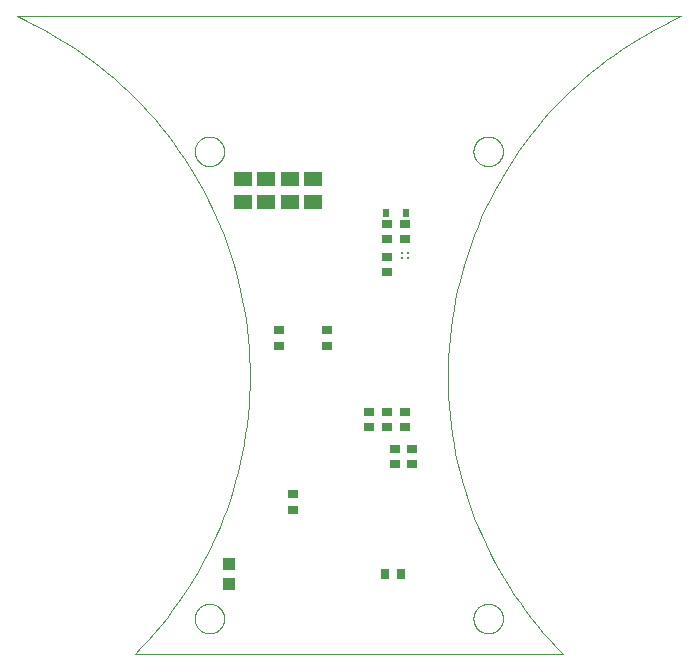
<source format=gbp>
G75*
%MOIN*%
%OFA0B0*%
%FSLAX25Y25*%
%IPPOS*%
%LPD*%
%AMOC8*
5,1,8,0,0,1.08239X$1,22.5*
%
%ADD10C,0.00000*%
%ADD11C,0.00039*%
%ADD12R,0.05906X0.05118*%
%ADD13R,0.03543X0.02756*%
%ADD14R,0.02362X0.03150*%
%ADD15R,0.03937X0.04331*%
%ADD16R,0.02756X0.03543*%
%ADD17C,0.00827*%
D10*
X0073943Y0027191D02*
X0216659Y0027191D01*
X0178274Y0119711D02*
X0178317Y0122928D01*
X0178438Y0126143D01*
X0178637Y0129354D01*
X0178915Y0132559D01*
X0179271Y0135756D01*
X0179705Y0138944D01*
X0180216Y0142120D01*
X0180805Y0145283D01*
X0181471Y0148431D01*
X0182214Y0151561D01*
X0183032Y0154672D01*
X0183927Y0157763D01*
X0184896Y0160830D01*
X0185941Y0163873D01*
X0187059Y0166890D01*
X0188250Y0169878D01*
X0189514Y0172837D01*
X0190850Y0175764D01*
X0192257Y0178657D01*
X0193734Y0181515D01*
X0195280Y0184336D01*
X0196895Y0187119D01*
X0198577Y0189861D01*
X0200326Y0192562D01*
X0202140Y0195219D01*
X0204018Y0197831D01*
X0205960Y0200396D01*
X0207964Y0202913D01*
X0210028Y0205381D01*
X0212152Y0207797D01*
X0214334Y0210161D01*
X0216574Y0212471D01*
X0218869Y0214725D01*
X0221219Y0216923D01*
X0223621Y0219063D01*
X0226075Y0221143D01*
X0228579Y0223163D01*
X0231131Y0225121D01*
X0233731Y0227017D01*
X0236376Y0228848D01*
X0239065Y0230615D01*
X0241796Y0232315D01*
X0244568Y0233948D01*
X0247379Y0235512D01*
X0250228Y0237008D01*
X0253112Y0238434D01*
X0256030Y0239789D01*
X0256029Y0239789D02*
X0034572Y0239789D01*
X0112328Y0119710D02*
X0112279Y0116500D01*
X0112151Y0113291D01*
X0111945Y0110087D01*
X0111661Y0106888D01*
X0111299Y0103698D01*
X0110860Y0100517D01*
X0110343Y0097348D01*
X0109749Y0094193D01*
X0109078Y0091053D01*
X0108331Y0087930D01*
X0107508Y0084826D01*
X0106610Y0081743D01*
X0105637Y0078684D01*
X0104589Y0075648D01*
X0103468Y0072639D01*
X0102273Y0069659D01*
X0101007Y0066708D01*
X0099669Y0063789D01*
X0098260Y0060904D01*
X0096781Y0058054D01*
X0095233Y0055241D01*
X0093617Y0052466D01*
X0091934Y0049731D01*
X0090185Y0047039D01*
X0088371Y0044390D01*
X0086492Y0041785D01*
X0084551Y0039228D01*
X0082548Y0036718D01*
X0080484Y0034258D01*
X0078361Y0031849D01*
X0076180Y0029493D01*
X0073942Y0027190D01*
X0112328Y0119711D02*
X0112285Y0122928D01*
X0112164Y0126143D01*
X0111965Y0129354D01*
X0111687Y0132559D01*
X0111331Y0135756D01*
X0110897Y0138944D01*
X0110386Y0142120D01*
X0109797Y0145283D01*
X0109131Y0148431D01*
X0108388Y0151561D01*
X0107570Y0154672D01*
X0106675Y0157763D01*
X0105706Y0160830D01*
X0104661Y0163873D01*
X0103543Y0166890D01*
X0102352Y0169878D01*
X0101088Y0172837D01*
X0099752Y0175764D01*
X0098345Y0178657D01*
X0096868Y0181515D01*
X0095322Y0184336D01*
X0093707Y0187119D01*
X0092025Y0189861D01*
X0090276Y0192562D01*
X0088462Y0195219D01*
X0086584Y0197831D01*
X0084642Y0200396D01*
X0082638Y0202913D01*
X0080574Y0205381D01*
X0078450Y0207797D01*
X0076268Y0210161D01*
X0074028Y0212471D01*
X0071733Y0214725D01*
X0069383Y0216923D01*
X0066981Y0219063D01*
X0064527Y0221143D01*
X0062023Y0223163D01*
X0059471Y0225121D01*
X0056871Y0227017D01*
X0054226Y0228848D01*
X0051537Y0230615D01*
X0048806Y0232315D01*
X0046034Y0233948D01*
X0043223Y0235512D01*
X0040374Y0237008D01*
X0037490Y0238434D01*
X0034572Y0239789D01*
X0178273Y0119710D02*
X0178322Y0116500D01*
X0178450Y0113291D01*
X0178656Y0110087D01*
X0178940Y0106888D01*
X0179302Y0103698D01*
X0179741Y0100517D01*
X0180258Y0097348D01*
X0180852Y0094193D01*
X0181523Y0091053D01*
X0182270Y0087930D01*
X0183093Y0084826D01*
X0183991Y0081743D01*
X0184964Y0078684D01*
X0186012Y0075648D01*
X0187133Y0072639D01*
X0188328Y0069659D01*
X0189594Y0066708D01*
X0190932Y0063789D01*
X0192341Y0060904D01*
X0193820Y0058054D01*
X0195368Y0055241D01*
X0196984Y0052466D01*
X0198667Y0049731D01*
X0200416Y0047039D01*
X0202230Y0044390D01*
X0204109Y0041785D01*
X0206050Y0039228D01*
X0208053Y0036718D01*
X0210117Y0034258D01*
X0212240Y0031849D01*
X0214421Y0029493D01*
X0216659Y0027190D01*
D11*
X0186836Y0039002D02*
X0186838Y0039142D01*
X0186844Y0039282D01*
X0186854Y0039421D01*
X0186868Y0039560D01*
X0186886Y0039699D01*
X0186907Y0039837D01*
X0186933Y0039975D01*
X0186963Y0040112D01*
X0186996Y0040247D01*
X0187034Y0040382D01*
X0187075Y0040516D01*
X0187120Y0040649D01*
X0187168Y0040780D01*
X0187221Y0040909D01*
X0187277Y0041038D01*
X0187336Y0041164D01*
X0187400Y0041289D01*
X0187466Y0041412D01*
X0187537Y0041533D01*
X0187610Y0041652D01*
X0187687Y0041769D01*
X0187768Y0041883D01*
X0187851Y0041995D01*
X0187938Y0042105D01*
X0188028Y0042213D01*
X0188120Y0042317D01*
X0188216Y0042419D01*
X0188315Y0042519D01*
X0188416Y0042615D01*
X0188520Y0042709D01*
X0188627Y0042799D01*
X0188736Y0042886D01*
X0188848Y0042971D01*
X0188962Y0043052D01*
X0189078Y0043130D01*
X0189196Y0043204D01*
X0189317Y0043275D01*
X0189439Y0043343D01*
X0189564Y0043407D01*
X0189690Y0043468D01*
X0189817Y0043525D01*
X0189947Y0043578D01*
X0190078Y0043628D01*
X0190210Y0043673D01*
X0190343Y0043716D01*
X0190478Y0043754D01*
X0190613Y0043788D01*
X0190750Y0043819D01*
X0190887Y0043846D01*
X0191025Y0043868D01*
X0191164Y0043887D01*
X0191303Y0043902D01*
X0191442Y0043913D01*
X0191582Y0043920D01*
X0191722Y0043923D01*
X0191862Y0043922D01*
X0192002Y0043917D01*
X0192141Y0043908D01*
X0192281Y0043895D01*
X0192420Y0043878D01*
X0192558Y0043857D01*
X0192696Y0043833D01*
X0192833Y0043804D01*
X0192969Y0043772D01*
X0193104Y0043735D01*
X0193238Y0043695D01*
X0193371Y0043651D01*
X0193502Y0043603D01*
X0193632Y0043552D01*
X0193761Y0043497D01*
X0193888Y0043438D01*
X0194013Y0043375D01*
X0194136Y0043310D01*
X0194258Y0043240D01*
X0194377Y0043167D01*
X0194495Y0043091D01*
X0194610Y0043012D01*
X0194723Y0042929D01*
X0194833Y0042843D01*
X0194941Y0042754D01*
X0195046Y0042662D01*
X0195149Y0042567D01*
X0195249Y0042469D01*
X0195346Y0042369D01*
X0195440Y0042265D01*
X0195532Y0042159D01*
X0195620Y0042051D01*
X0195705Y0041940D01*
X0195787Y0041826D01*
X0195866Y0041710D01*
X0195941Y0041593D01*
X0196013Y0041473D01*
X0196081Y0041351D01*
X0196146Y0041227D01*
X0196208Y0041101D01*
X0196266Y0040974D01*
X0196320Y0040845D01*
X0196371Y0040714D01*
X0196417Y0040582D01*
X0196460Y0040449D01*
X0196500Y0040315D01*
X0196535Y0040180D01*
X0196567Y0040043D01*
X0196594Y0039906D01*
X0196618Y0039768D01*
X0196638Y0039630D01*
X0196654Y0039491D01*
X0196666Y0039351D01*
X0196674Y0039212D01*
X0196678Y0039072D01*
X0196678Y0038932D01*
X0196674Y0038792D01*
X0196666Y0038653D01*
X0196654Y0038513D01*
X0196638Y0038374D01*
X0196618Y0038236D01*
X0196594Y0038098D01*
X0196567Y0037961D01*
X0196535Y0037824D01*
X0196500Y0037689D01*
X0196460Y0037555D01*
X0196417Y0037422D01*
X0196371Y0037290D01*
X0196320Y0037159D01*
X0196266Y0037030D01*
X0196208Y0036903D01*
X0196146Y0036777D01*
X0196081Y0036653D01*
X0196013Y0036531D01*
X0195941Y0036411D01*
X0195866Y0036294D01*
X0195787Y0036178D01*
X0195705Y0036064D01*
X0195620Y0035953D01*
X0195532Y0035845D01*
X0195440Y0035739D01*
X0195346Y0035635D01*
X0195249Y0035535D01*
X0195149Y0035437D01*
X0195046Y0035342D01*
X0194941Y0035250D01*
X0194833Y0035161D01*
X0194723Y0035075D01*
X0194610Y0034992D01*
X0194495Y0034913D01*
X0194377Y0034837D01*
X0194258Y0034764D01*
X0194136Y0034694D01*
X0194013Y0034629D01*
X0193888Y0034566D01*
X0193761Y0034507D01*
X0193632Y0034452D01*
X0193502Y0034401D01*
X0193371Y0034353D01*
X0193238Y0034309D01*
X0193104Y0034269D01*
X0192969Y0034232D01*
X0192833Y0034200D01*
X0192696Y0034171D01*
X0192558Y0034147D01*
X0192420Y0034126D01*
X0192281Y0034109D01*
X0192141Y0034096D01*
X0192002Y0034087D01*
X0191862Y0034082D01*
X0191722Y0034081D01*
X0191582Y0034084D01*
X0191442Y0034091D01*
X0191303Y0034102D01*
X0191164Y0034117D01*
X0191025Y0034136D01*
X0190887Y0034158D01*
X0190750Y0034185D01*
X0190613Y0034216D01*
X0190478Y0034250D01*
X0190343Y0034288D01*
X0190210Y0034331D01*
X0190078Y0034376D01*
X0189947Y0034426D01*
X0189817Y0034479D01*
X0189690Y0034536D01*
X0189564Y0034597D01*
X0189439Y0034661D01*
X0189317Y0034729D01*
X0189196Y0034800D01*
X0189078Y0034874D01*
X0188962Y0034952D01*
X0188848Y0035033D01*
X0188736Y0035118D01*
X0188627Y0035205D01*
X0188520Y0035295D01*
X0188416Y0035389D01*
X0188315Y0035485D01*
X0188216Y0035585D01*
X0188120Y0035687D01*
X0188028Y0035791D01*
X0187938Y0035899D01*
X0187851Y0036009D01*
X0187768Y0036121D01*
X0187687Y0036235D01*
X0187610Y0036352D01*
X0187537Y0036471D01*
X0187466Y0036592D01*
X0187400Y0036715D01*
X0187336Y0036840D01*
X0187277Y0036966D01*
X0187221Y0037095D01*
X0187168Y0037224D01*
X0187120Y0037355D01*
X0187075Y0037488D01*
X0187034Y0037622D01*
X0186996Y0037757D01*
X0186963Y0037892D01*
X0186933Y0038029D01*
X0186907Y0038167D01*
X0186886Y0038305D01*
X0186868Y0038444D01*
X0186854Y0038583D01*
X0186844Y0038722D01*
X0186838Y0038862D01*
X0186836Y0039002D01*
X0093923Y0039002D02*
X0093925Y0039142D01*
X0093931Y0039282D01*
X0093941Y0039421D01*
X0093955Y0039560D01*
X0093973Y0039699D01*
X0093994Y0039837D01*
X0094020Y0039975D01*
X0094050Y0040112D01*
X0094083Y0040247D01*
X0094121Y0040382D01*
X0094162Y0040516D01*
X0094207Y0040649D01*
X0094255Y0040780D01*
X0094308Y0040909D01*
X0094364Y0041038D01*
X0094423Y0041164D01*
X0094487Y0041289D01*
X0094553Y0041412D01*
X0094624Y0041533D01*
X0094697Y0041652D01*
X0094774Y0041769D01*
X0094855Y0041883D01*
X0094938Y0041995D01*
X0095025Y0042105D01*
X0095115Y0042213D01*
X0095207Y0042317D01*
X0095303Y0042419D01*
X0095402Y0042519D01*
X0095503Y0042615D01*
X0095607Y0042709D01*
X0095714Y0042799D01*
X0095823Y0042886D01*
X0095935Y0042971D01*
X0096049Y0043052D01*
X0096165Y0043130D01*
X0096283Y0043204D01*
X0096404Y0043275D01*
X0096526Y0043343D01*
X0096651Y0043407D01*
X0096777Y0043468D01*
X0096904Y0043525D01*
X0097034Y0043578D01*
X0097165Y0043628D01*
X0097297Y0043673D01*
X0097430Y0043716D01*
X0097565Y0043754D01*
X0097700Y0043788D01*
X0097837Y0043819D01*
X0097974Y0043846D01*
X0098112Y0043868D01*
X0098251Y0043887D01*
X0098390Y0043902D01*
X0098529Y0043913D01*
X0098669Y0043920D01*
X0098809Y0043923D01*
X0098949Y0043922D01*
X0099089Y0043917D01*
X0099228Y0043908D01*
X0099368Y0043895D01*
X0099507Y0043878D01*
X0099645Y0043857D01*
X0099783Y0043833D01*
X0099920Y0043804D01*
X0100056Y0043772D01*
X0100191Y0043735D01*
X0100325Y0043695D01*
X0100458Y0043651D01*
X0100589Y0043603D01*
X0100719Y0043552D01*
X0100848Y0043497D01*
X0100975Y0043438D01*
X0101100Y0043375D01*
X0101223Y0043310D01*
X0101345Y0043240D01*
X0101464Y0043167D01*
X0101582Y0043091D01*
X0101697Y0043012D01*
X0101810Y0042929D01*
X0101920Y0042843D01*
X0102028Y0042754D01*
X0102133Y0042662D01*
X0102236Y0042567D01*
X0102336Y0042469D01*
X0102433Y0042369D01*
X0102527Y0042265D01*
X0102619Y0042159D01*
X0102707Y0042051D01*
X0102792Y0041940D01*
X0102874Y0041826D01*
X0102953Y0041710D01*
X0103028Y0041593D01*
X0103100Y0041473D01*
X0103168Y0041351D01*
X0103233Y0041227D01*
X0103295Y0041101D01*
X0103353Y0040974D01*
X0103407Y0040845D01*
X0103458Y0040714D01*
X0103504Y0040582D01*
X0103547Y0040449D01*
X0103587Y0040315D01*
X0103622Y0040180D01*
X0103654Y0040043D01*
X0103681Y0039906D01*
X0103705Y0039768D01*
X0103725Y0039630D01*
X0103741Y0039491D01*
X0103753Y0039351D01*
X0103761Y0039212D01*
X0103765Y0039072D01*
X0103765Y0038932D01*
X0103761Y0038792D01*
X0103753Y0038653D01*
X0103741Y0038513D01*
X0103725Y0038374D01*
X0103705Y0038236D01*
X0103681Y0038098D01*
X0103654Y0037961D01*
X0103622Y0037824D01*
X0103587Y0037689D01*
X0103547Y0037555D01*
X0103504Y0037422D01*
X0103458Y0037290D01*
X0103407Y0037159D01*
X0103353Y0037030D01*
X0103295Y0036903D01*
X0103233Y0036777D01*
X0103168Y0036653D01*
X0103100Y0036531D01*
X0103028Y0036411D01*
X0102953Y0036294D01*
X0102874Y0036178D01*
X0102792Y0036064D01*
X0102707Y0035953D01*
X0102619Y0035845D01*
X0102527Y0035739D01*
X0102433Y0035635D01*
X0102336Y0035535D01*
X0102236Y0035437D01*
X0102133Y0035342D01*
X0102028Y0035250D01*
X0101920Y0035161D01*
X0101810Y0035075D01*
X0101697Y0034992D01*
X0101582Y0034913D01*
X0101464Y0034837D01*
X0101345Y0034764D01*
X0101223Y0034694D01*
X0101100Y0034629D01*
X0100975Y0034566D01*
X0100848Y0034507D01*
X0100719Y0034452D01*
X0100589Y0034401D01*
X0100458Y0034353D01*
X0100325Y0034309D01*
X0100191Y0034269D01*
X0100056Y0034232D01*
X0099920Y0034200D01*
X0099783Y0034171D01*
X0099645Y0034147D01*
X0099507Y0034126D01*
X0099368Y0034109D01*
X0099228Y0034096D01*
X0099089Y0034087D01*
X0098949Y0034082D01*
X0098809Y0034081D01*
X0098669Y0034084D01*
X0098529Y0034091D01*
X0098390Y0034102D01*
X0098251Y0034117D01*
X0098112Y0034136D01*
X0097974Y0034158D01*
X0097837Y0034185D01*
X0097700Y0034216D01*
X0097565Y0034250D01*
X0097430Y0034288D01*
X0097297Y0034331D01*
X0097165Y0034376D01*
X0097034Y0034426D01*
X0096904Y0034479D01*
X0096777Y0034536D01*
X0096651Y0034597D01*
X0096526Y0034661D01*
X0096404Y0034729D01*
X0096283Y0034800D01*
X0096165Y0034874D01*
X0096049Y0034952D01*
X0095935Y0035033D01*
X0095823Y0035118D01*
X0095714Y0035205D01*
X0095607Y0035295D01*
X0095503Y0035389D01*
X0095402Y0035485D01*
X0095303Y0035585D01*
X0095207Y0035687D01*
X0095115Y0035791D01*
X0095025Y0035899D01*
X0094938Y0036009D01*
X0094855Y0036121D01*
X0094774Y0036235D01*
X0094697Y0036352D01*
X0094624Y0036471D01*
X0094553Y0036592D01*
X0094487Y0036715D01*
X0094423Y0036840D01*
X0094364Y0036966D01*
X0094308Y0037095D01*
X0094255Y0037224D01*
X0094207Y0037355D01*
X0094162Y0037488D01*
X0094121Y0037622D01*
X0094083Y0037757D01*
X0094050Y0037892D01*
X0094020Y0038029D01*
X0093994Y0038167D01*
X0093973Y0038305D01*
X0093955Y0038444D01*
X0093941Y0038583D01*
X0093931Y0038722D01*
X0093925Y0038862D01*
X0093923Y0039002D01*
X0093923Y0194750D02*
X0093925Y0194890D01*
X0093931Y0195030D01*
X0093941Y0195169D01*
X0093955Y0195308D01*
X0093973Y0195447D01*
X0093994Y0195585D01*
X0094020Y0195723D01*
X0094050Y0195860D01*
X0094083Y0195995D01*
X0094121Y0196130D01*
X0094162Y0196264D01*
X0094207Y0196397D01*
X0094255Y0196528D01*
X0094308Y0196657D01*
X0094364Y0196786D01*
X0094423Y0196912D01*
X0094487Y0197037D01*
X0094553Y0197160D01*
X0094624Y0197281D01*
X0094697Y0197400D01*
X0094774Y0197517D01*
X0094855Y0197631D01*
X0094938Y0197743D01*
X0095025Y0197853D01*
X0095115Y0197961D01*
X0095207Y0198065D01*
X0095303Y0198167D01*
X0095402Y0198267D01*
X0095503Y0198363D01*
X0095607Y0198457D01*
X0095714Y0198547D01*
X0095823Y0198634D01*
X0095935Y0198719D01*
X0096049Y0198800D01*
X0096165Y0198878D01*
X0096283Y0198952D01*
X0096404Y0199023D01*
X0096526Y0199091D01*
X0096651Y0199155D01*
X0096777Y0199216D01*
X0096904Y0199273D01*
X0097034Y0199326D01*
X0097165Y0199376D01*
X0097297Y0199421D01*
X0097430Y0199464D01*
X0097565Y0199502D01*
X0097700Y0199536D01*
X0097837Y0199567D01*
X0097974Y0199594D01*
X0098112Y0199616D01*
X0098251Y0199635D01*
X0098390Y0199650D01*
X0098529Y0199661D01*
X0098669Y0199668D01*
X0098809Y0199671D01*
X0098949Y0199670D01*
X0099089Y0199665D01*
X0099228Y0199656D01*
X0099368Y0199643D01*
X0099507Y0199626D01*
X0099645Y0199605D01*
X0099783Y0199581D01*
X0099920Y0199552D01*
X0100056Y0199520D01*
X0100191Y0199483D01*
X0100325Y0199443D01*
X0100458Y0199399D01*
X0100589Y0199351D01*
X0100719Y0199300D01*
X0100848Y0199245D01*
X0100975Y0199186D01*
X0101100Y0199123D01*
X0101223Y0199058D01*
X0101345Y0198988D01*
X0101464Y0198915D01*
X0101582Y0198839D01*
X0101697Y0198760D01*
X0101810Y0198677D01*
X0101920Y0198591D01*
X0102028Y0198502D01*
X0102133Y0198410D01*
X0102236Y0198315D01*
X0102336Y0198217D01*
X0102433Y0198117D01*
X0102527Y0198013D01*
X0102619Y0197907D01*
X0102707Y0197799D01*
X0102792Y0197688D01*
X0102874Y0197574D01*
X0102953Y0197458D01*
X0103028Y0197341D01*
X0103100Y0197221D01*
X0103168Y0197099D01*
X0103233Y0196975D01*
X0103295Y0196849D01*
X0103353Y0196722D01*
X0103407Y0196593D01*
X0103458Y0196462D01*
X0103504Y0196330D01*
X0103547Y0196197D01*
X0103587Y0196063D01*
X0103622Y0195928D01*
X0103654Y0195791D01*
X0103681Y0195654D01*
X0103705Y0195516D01*
X0103725Y0195378D01*
X0103741Y0195239D01*
X0103753Y0195099D01*
X0103761Y0194960D01*
X0103765Y0194820D01*
X0103765Y0194680D01*
X0103761Y0194540D01*
X0103753Y0194401D01*
X0103741Y0194261D01*
X0103725Y0194122D01*
X0103705Y0193984D01*
X0103681Y0193846D01*
X0103654Y0193709D01*
X0103622Y0193572D01*
X0103587Y0193437D01*
X0103547Y0193303D01*
X0103504Y0193170D01*
X0103458Y0193038D01*
X0103407Y0192907D01*
X0103353Y0192778D01*
X0103295Y0192651D01*
X0103233Y0192525D01*
X0103168Y0192401D01*
X0103100Y0192279D01*
X0103028Y0192159D01*
X0102953Y0192042D01*
X0102874Y0191926D01*
X0102792Y0191812D01*
X0102707Y0191701D01*
X0102619Y0191593D01*
X0102527Y0191487D01*
X0102433Y0191383D01*
X0102336Y0191283D01*
X0102236Y0191185D01*
X0102133Y0191090D01*
X0102028Y0190998D01*
X0101920Y0190909D01*
X0101810Y0190823D01*
X0101697Y0190740D01*
X0101582Y0190661D01*
X0101464Y0190585D01*
X0101345Y0190512D01*
X0101223Y0190442D01*
X0101100Y0190377D01*
X0100975Y0190314D01*
X0100848Y0190255D01*
X0100719Y0190200D01*
X0100589Y0190149D01*
X0100458Y0190101D01*
X0100325Y0190057D01*
X0100191Y0190017D01*
X0100056Y0189980D01*
X0099920Y0189948D01*
X0099783Y0189919D01*
X0099645Y0189895D01*
X0099507Y0189874D01*
X0099368Y0189857D01*
X0099228Y0189844D01*
X0099089Y0189835D01*
X0098949Y0189830D01*
X0098809Y0189829D01*
X0098669Y0189832D01*
X0098529Y0189839D01*
X0098390Y0189850D01*
X0098251Y0189865D01*
X0098112Y0189884D01*
X0097974Y0189906D01*
X0097837Y0189933D01*
X0097700Y0189964D01*
X0097565Y0189998D01*
X0097430Y0190036D01*
X0097297Y0190079D01*
X0097165Y0190124D01*
X0097034Y0190174D01*
X0096904Y0190227D01*
X0096777Y0190284D01*
X0096651Y0190345D01*
X0096526Y0190409D01*
X0096404Y0190477D01*
X0096283Y0190548D01*
X0096165Y0190622D01*
X0096049Y0190700D01*
X0095935Y0190781D01*
X0095823Y0190866D01*
X0095714Y0190953D01*
X0095607Y0191043D01*
X0095503Y0191137D01*
X0095402Y0191233D01*
X0095303Y0191333D01*
X0095207Y0191435D01*
X0095115Y0191539D01*
X0095025Y0191647D01*
X0094938Y0191757D01*
X0094855Y0191869D01*
X0094774Y0191983D01*
X0094697Y0192100D01*
X0094624Y0192219D01*
X0094553Y0192340D01*
X0094487Y0192463D01*
X0094423Y0192588D01*
X0094364Y0192714D01*
X0094308Y0192843D01*
X0094255Y0192972D01*
X0094207Y0193103D01*
X0094162Y0193236D01*
X0094121Y0193370D01*
X0094083Y0193505D01*
X0094050Y0193640D01*
X0094020Y0193777D01*
X0093994Y0193915D01*
X0093973Y0194053D01*
X0093955Y0194192D01*
X0093941Y0194331D01*
X0093931Y0194470D01*
X0093925Y0194610D01*
X0093923Y0194750D01*
X0186836Y0194750D02*
X0186838Y0194890D01*
X0186844Y0195030D01*
X0186854Y0195169D01*
X0186868Y0195308D01*
X0186886Y0195447D01*
X0186907Y0195585D01*
X0186933Y0195723D01*
X0186963Y0195860D01*
X0186996Y0195995D01*
X0187034Y0196130D01*
X0187075Y0196264D01*
X0187120Y0196397D01*
X0187168Y0196528D01*
X0187221Y0196657D01*
X0187277Y0196786D01*
X0187336Y0196912D01*
X0187400Y0197037D01*
X0187466Y0197160D01*
X0187537Y0197281D01*
X0187610Y0197400D01*
X0187687Y0197517D01*
X0187768Y0197631D01*
X0187851Y0197743D01*
X0187938Y0197853D01*
X0188028Y0197961D01*
X0188120Y0198065D01*
X0188216Y0198167D01*
X0188315Y0198267D01*
X0188416Y0198363D01*
X0188520Y0198457D01*
X0188627Y0198547D01*
X0188736Y0198634D01*
X0188848Y0198719D01*
X0188962Y0198800D01*
X0189078Y0198878D01*
X0189196Y0198952D01*
X0189317Y0199023D01*
X0189439Y0199091D01*
X0189564Y0199155D01*
X0189690Y0199216D01*
X0189817Y0199273D01*
X0189947Y0199326D01*
X0190078Y0199376D01*
X0190210Y0199421D01*
X0190343Y0199464D01*
X0190478Y0199502D01*
X0190613Y0199536D01*
X0190750Y0199567D01*
X0190887Y0199594D01*
X0191025Y0199616D01*
X0191164Y0199635D01*
X0191303Y0199650D01*
X0191442Y0199661D01*
X0191582Y0199668D01*
X0191722Y0199671D01*
X0191862Y0199670D01*
X0192002Y0199665D01*
X0192141Y0199656D01*
X0192281Y0199643D01*
X0192420Y0199626D01*
X0192558Y0199605D01*
X0192696Y0199581D01*
X0192833Y0199552D01*
X0192969Y0199520D01*
X0193104Y0199483D01*
X0193238Y0199443D01*
X0193371Y0199399D01*
X0193502Y0199351D01*
X0193632Y0199300D01*
X0193761Y0199245D01*
X0193888Y0199186D01*
X0194013Y0199123D01*
X0194136Y0199058D01*
X0194258Y0198988D01*
X0194377Y0198915D01*
X0194495Y0198839D01*
X0194610Y0198760D01*
X0194723Y0198677D01*
X0194833Y0198591D01*
X0194941Y0198502D01*
X0195046Y0198410D01*
X0195149Y0198315D01*
X0195249Y0198217D01*
X0195346Y0198117D01*
X0195440Y0198013D01*
X0195532Y0197907D01*
X0195620Y0197799D01*
X0195705Y0197688D01*
X0195787Y0197574D01*
X0195866Y0197458D01*
X0195941Y0197341D01*
X0196013Y0197221D01*
X0196081Y0197099D01*
X0196146Y0196975D01*
X0196208Y0196849D01*
X0196266Y0196722D01*
X0196320Y0196593D01*
X0196371Y0196462D01*
X0196417Y0196330D01*
X0196460Y0196197D01*
X0196500Y0196063D01*
X0196535Y0195928D01*
X0196567Y0195791D01*
X0196594Y0195654D01*
X0196618Y0195516D01*
X0196638Y0195378D01*
X0196654Y0195239D01*
X0196666Y0195099D01*
X0196674Y0194960D01*
X0196678Y0194820D01*
X0196678Y0194680D01*
X0196674Y0194540D01*
X0196666Y0194401D01*
X0196654Y0194261D01*
X0196638Y0194122D01*
X0196618Y0193984D01*
X0196594Y0193846D01*
X0196567Y0193709D01*
X0196535Y0193572D01*
X0196500Y0193437D01*
X0196460Y0193303D01*
X0196417Y0193170D01*
X0196371Y0193038D01*
X0196320Y0192907D01*
X0196266Y0192778D01*
X0196208Y0192651D01*
X0196146Y0192525D01*
X0196081Y0192401D01*
X0196013Y0192279D01*
X0195941Y0192159D01*
X0195866Y0192042D01*
X0195787Y0191926D01*
X0195705Y0191812D01*
X0195620Y0191701D01*
X0195532Y0191593D01*
X0195440Y0191487D01*
X0195346Y0191383D01*
X0195249Y0191283D01*
X0195149Y0191185D01*
X0195046Y0191090D01*
X0194941Y0190998D01*
X0194833Y0190909D01*
X0194723Y0190823D01*
X0194610Y0190740D01*
X0194495Y0190661D01*
X0194377Y0190585D01*
X0194258Y0190512D01*
X0194136Y0190442D01*
X0194013Y0190377D01*
X0193888Y0190314D01*
X0193761Y0190255D01*
X0193632Y0190200D01*
X0193502Y0190149D01*
X0193371Y0190101D01*
X0193238Y0190057D01*
X0193104Y0190017D01*
X0192969Y0189980D01*
X0192833Y0189948D01*
X0192696Y0189919D01*
X0192558Y0189895D01*
X0192420Y0189874D01*
X0192281Y0189857D01*
X0192141Y0189844D01*
X0192002Y0189835D01*
X0191862Y0189830D01*
X0191722Y0189829D01*
X0191582Y0189832D01*
X0191442Y0189839D01*
X0191303Y0189850D01*
X0191164Y0189865D01*
X0191025Y0189884D01*
X0190887Y0189906D01*
X0190750Y0189933D01*
X0190613Y0189964D01*
X0190478Y0189998D01*
X0190343Y0190036D01*
X0190210Y0190079D01*
X0190078Y0190124D01*
X0189947Y0190174D01*
X0189817Y0190227D01*
X0189690Y0190284D01*
X0189564Y0190345D01*
X0189439Y0190409D01*
X0189317Y0190477D01*
X0189196Y0190548D01*
X0189078Y0190622D01*
X0188962Y0190700D01*
X0188848Y0190781D01*
X0188736Y0190866D01*
X0188627Y0190953D01*
X0188520Y0191043D01*
X0188416Y0191137D01*
X0188315Y0191233D01*
X0188216Y0191333D01*
X0188120Y0191435D01*
X0188028Y0191539D01*
X0187938Y0191647D01*
X0187851Y0191757D01*
X0187768Y0191869D01*
X0187687Y0191983D01*
X0187610Y0192100D01*
X0187537Y0192219D01*
X0187466Y0192340D01*
X0187400Y0192463D01*
X0187336Y0192588D01*
X0187277Y0192714D01*
X0187221Y0192843D01*
X0187168Y0192972D01*
X0187120Y0193103D01*
X0187075Y0193236D01*
X0187034Y0193370D01*
X0186996Y0193505D01*
X0186963Y0193640D01*
X0186933Y0193777D01*
X0186907Y0193915D01*
X0186886Y0194053D01*
X0186868Y0194192D01*
X0186854Y0194331D01*
X0186844Y0194470D01*
X0186838Y0194610D01*
X0186836Y0194750D01*
D12*
X0133490Y0185458D03*
X0133490Y0177978D03*
X0125616Y0177978D03*
X0117742Y0177978D03*
X0117742Y0185458D03*
X0125616Y0185458D03*
X0109868Y0185458D03*
X0109868Y0177978D03*
D13*
X0158096Y0170498D03*
X0158096Y0165380D03*
X0158096Y0159671D03*
X0158096Y0154553D03*
X0164002Y0165380D03*
X0164002Y0170498D03*
X0137919Y0135065D03*
X0137919Y0129946D03*
X0122171Y0129946D03*
X0122171Y0135065D03*
X0152191Y0107998D03*
X0158096Y0107998D03*
X0158096Y0102880D03*
X0152191Y0102880D03*
X0160557Y0095694D03*
X0160557Y0090576D03*
X0166462Y0090576D03*
X0166462Y0095694D03*
X0164002Y0102880D03*
X0164002Y0107998D03*
X0126600Y0080439D03*
X0126600Y0075320D03*
D14*
X0157702Y0174336D03*
X0164395Y0174336D03*
D15*
X0105439Y0057112D03*
X0105439Y0050419D03*
D16*
X0157506Y0053765D03*
X0162624Y0053765D03*
D17*
X0163116Y0159179D03*
X0163116Y0160950D03*
X0164887Y0160950D03*
X0164887Y0159179D03*
M02*

</source>
